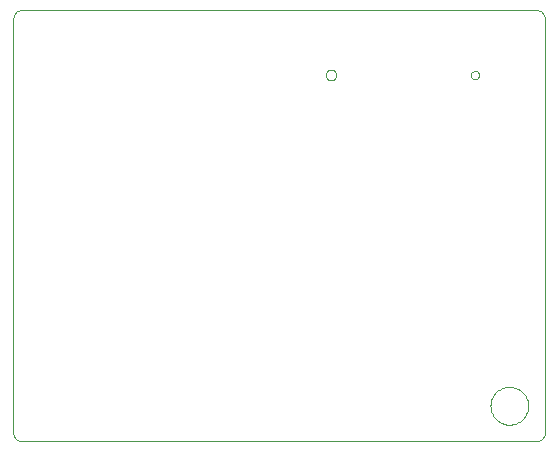
<source format=gko>
G75*
%MOIN*%
%OFA0B0*%
%FSLAX24Y24*%
%IPPOS*%
%LPD*%
%AMOC8*
5,1,8,0,0,1.08239X$1,22.5*
%
%ADD10C,0.0000*%
D10*
X000737Y000438D02*
X000737Y014252D01*
X000739Y014283D01*
X000744Y014314D01*
X000753Y014344D01*
X000765Y014373D01*
X000780Y014400D01*
X000798Y014425D01*
X000818Y014449D01*
X000842Y014469D01*
X000867Y014487D01*
X000894Y014502D01*
X000923Y014514D01*
X000953Y014523D01*
X000984Y014528D01*
X001015Y014530D01*
X018175Y014530D01*
X018206Y014528D01*
X018237Y014523D01*
X018267Y014514D01*
X018296Y014502D01*
X018323Y014487D01*
X018348Y014469D01*
X018372Y014449D01*
X018392Y014425D01*
X018410Y014400D01*
X018425Y014373D01*
X018437Y014344D01*
X018446Y014314D01*
X018451Y014283D01*
X018453Y014252D01*
X018453Y000438D01*
X018451Y000407D01*
X018446Y000376D01*
X018437Y000346D01*
X018425Y000317D01*
X018410Y000290D01*
X018392Y000265D01*
X018372Y000241D01*
X018348Y000221D01*
X018323Y000203D01*
X018296Y000188D01*
X018267Y000176D01*
X018237Y000167D01*
X018206Y000162D01*
X018175Y000160D01*
X001015Y000160D01*
X000984Y000162D01*
X000953Y000167D01*
X000923Y000176D01*
X000894Y000188D01*
X000867Y000203D01*
X000842Y000221D01*
X000818Y000241D01*
X000798Y000265D01*
X000780Y000290D01*
X000765Y000317D01*
X000753Y000346D01*
X000744Y000376D01*
X000739Y000407D01*
X000737Y000438D01*
X011151Y012365D02*
X011153Y012391D01*
X011159Y012417D01*
X011169Y012442D01*
X011182Y012465D01*
X011198Y012485D01*
X011218Y012503D01*
X011240Y012518D01*
X011263Y012530D01*
X011289Y012538D01*
X011315Y012542D01*
X011341Y012542D01*
X011367Y012538D01*
X011393Y012530D01*
X011417Y012518D01*
X011438Y012503D01*
X011458Y012485D01*
X011474Y012465D01*
X011487Y012442D01*
X011497Y012417D01*
X011503Y012391D01*
X011505Y012365D01*
X011503Y012339D01*
X011497Y012313D01*
X011487Y012288D01*
X011474Y012265D01*
X011458Y012245D01*
X011438Y012227D01*
X011416Y012212D01*
X011393Y012200D01*
X011367Y012192D01*
X011341Y012188D01*
X011315Y012188D01*
X011289Y012192D01*
X011263Y012200D01*
X011239Y012212D01*
X011218Y012227D01*
X011198Y012245D01*
X011182Y012265D01*
X011169Y012288D01*
X011159Y012313D01*
X011153Y012339D01*
X011151Y012365D01*
X015991Y012365D02*
X015993Y012388D01*
X015999Y012411D01*
X016009Y012432D01*
X016022Y012452D01*
X016038Y012469D01*
X016057Y012483D01*
X016078Y012493D01*
X016100Y012500D01*
X016123Y012503D01*
X016147Y012502D01*
X016169Y012497D01*
X016191Y012488D01*
X016211Y012476D01*
X016229Y012460D01*
X016243Y012442D01*
X016255Y012422D01*
X016263Y012400D01*
X016267Y012377D01*
X016267Y012353D01*
X016263Y012330D01*
X016255Y012308D01*
X016243Y012288D01*
X016229Y012270D01*
X016211Y012254D01*
X016191Y012242D01*
X016169Y012233D01*
X016147Y012228D01*
X016123Y012227D01*
X016100Y012230D01*
X016078Y012237D01*
X016057Y012247D01*
X016038Y012261D01*
X016022Y012278D01*
X016009Y012298D01*
X015999Y012319D01*
X015993Y012342D01*
X015991Y012365D01*
X016642Y001341D02*
X016644Y001391D01*
X016650Y001441D01*
X016660Y001490D01*
X016674Y001538D01*
X016691Y001585D01*
X016712Y001630D01*
X016737Y001674D01*
X016765Y001715D01*
X016797Y001754D01*
X016831Y001791D01*
X016868Y001825D01*
X016908Y001855D01*
X016950Y001882D01*
X016994Y001906D01*
X017040Y001927D01*
X017087Y001943D01*
X017135Y001956D01*
X017185Y001965D01*
X017234Y001970D01*
X017285Y001971D01*
X017335Y001968D01*
X017384Y001961D01*
X017433Y001950D01*
X017481Y001935D01*
X017527Y001917D01*
X017572Y001895D01*
X017615Y001869D01*
X017656Y001840D01*
X017695Y001808D01*
X017731Y001773D01*
X017763Y001735D01*
X017793Y001695D01*
X017820Y001652D01*
X017843Y001608D01*
X017862Y001562D01*
X017878Y001514D01*
X017890Y001465D01*
X017898Y001416D01*
X017902Y001366D01*
X017902Y001316D01*
X017898Y001266D01*
X017890Y001217D01*
X017878Y001168D01*
X017862Y001120D01*
X017843Y001074D01*
X017820Y001030D01*
X017793Y000987D01*
X017763Y000947D01*
X017731Y000909D01*
X017695Y000874D01*
X017656Y000842D01*
X017615Y000813D01*
X017572Y000787D01*
X017527Y000765D01*
X017481Y000747D01*
X017433Y000732D01*
X017384Y000721D01*
X017335Y000714D01*
X017285Y000711D01*
X017234Y000712D01*
X017185Y000717D01*
X017135Y000726D01*
X017087Y000739D01*
X017040Y000755D01*
X016994Y000776D01*
X016950Y000800D01*
X016908Y000827D01*
X016868Y000857D01*
X016831Y000891D01*
X016797Y000928D01*
X016765Y000967D01*
X016737Y001008D01*
X016712Y001052D01*
X016691Y001097D01*
X016674Y001144D01*
X016660Y001192D01*
X016650Y001241D01*
X016644Y001291D01*
X016642Y001341D01*
M02*

</source>
